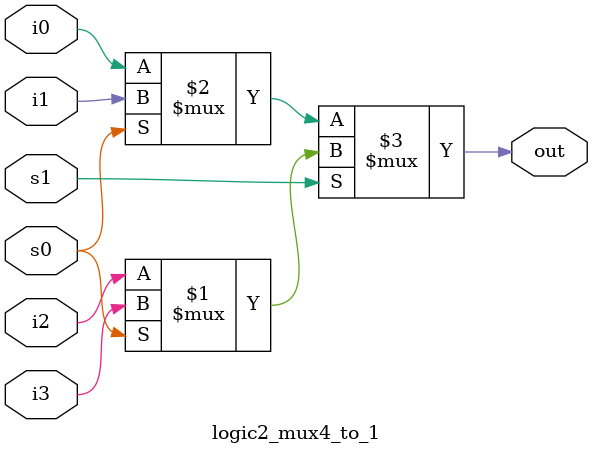
<source format=v>
`timescale 1ns / 1ps

// ÓÃÊý¾ÝÁ÷ÃèÊöµÄËÄÑ¡Ò»¶àÂ·Ñ¡ÔñÆ÷Ä£¿é, ÀûÓÃÂÊÌõ¼þ²Ù×÷Óï¾ä
// ÓÃÀ´ÓëÃÅ¼¶ÃèÊöµÄÄ£ÐÍ½øÐÐ±È½Ï
module logic2_mux4_to_1(output out, input i0,i1,i2,i3, input s1,s0);

assign out = s1 ? ( s0 ? i3 : i2 ) : ( s0 ? i1 : i0 ) ;

endmodule

</source>
